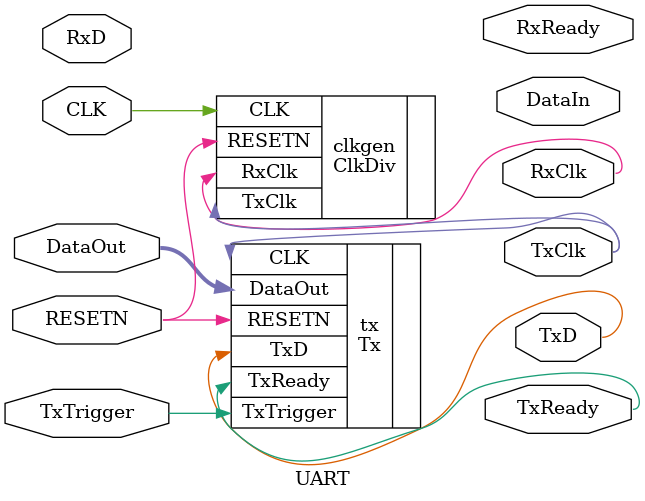
<source format=v>
`timescale 1ns / 1ps

module UART(
	input CLK,
	input RESETN,
	input [7:0] DataOut,
	output wire [7:0] DataIn,
	output wire TxD,
	input RxD,
	output wire TxReady,
	output wire RxReady,
	output wire TxClk,
	output wire RxClk,
	input TxTrigger
    );
	
	Tx tx(.CLK(TxClk), .RESETN(RESETN), .DataOut(DataOut), .TxD(TxD), .TxReady(TxReady), .TxTrigger(TxTrigger));
	//Rx rx(.CLK(RxClk), .RESETN(RESETN), .DataIn(DataIn), .RxD(RxD), .RxReady(RxReady));
	
	ClkDiv clkgen(.CLK(CLK), .RESETN(RESETN), .TxClk(TxClk), .RxClk(RxClk));
endmodule

</source>
